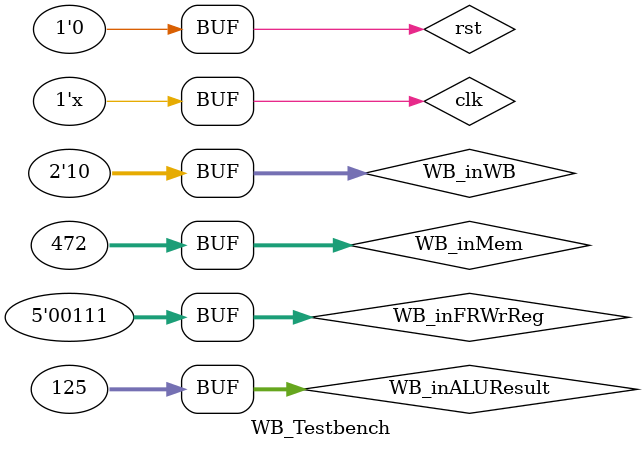
<source format=v>
`timescale 1ns / 1ps

module WB_Testbench(

    );
    
    
    reg 		rst,clk;
    reg [1:0]  WB_inWB;
    reg [4:0]  WB_inFRWrReg;
    reg [31:0] WB_inMem;
    reg [31:0] WB_inALUResult;;
    
    // Stage Write Back
    wire         WB_osFRWr;      // WB:osFRWr -> ID:isFRWr
    wire [4:0]    WB_outFRWrReg;  // WB:outFRWrReg -> ID:inFRWrAddr
    wire [31:0]    WB_outFRWrData; // WB:outFRWrData -> ID:inFRWrData
        
    
    WriteBack WB( // STAGE 5
     //Input Signals
     .rst(rst),
     .isWB(WB_inWB),
     .inFRWrReg(WB_inFRWrReg),
     .inFRWrData(WB_inMem),
     .inALUResult(WB_inALUResult),
     
     //Output Signals
     .osFRWr(WB_osFRWr),     // WB_outRegF_wr
     .outFRWrReg(WB_outFRWrReg),
     .outFRWrData(WB_outFRWrData) // WB_outRegF_wd
     );

    
    initial begin
    WB_inWB = 2'b0;
    clk = 1'b0;
    rst = 1'b1;
    WB_inFRWrReg = 5'd7;
    WB_inMem = 32'd472;
    WB_inALUResult = 32'd125;
    #20 rst = 1'b0;
    WB_inWB = 2'b11; // Escribe el valor de la Alu en el registro FRWrReg
    #100
    WB_inWB = 2'b10; // Escribe el valor de la Memoria en el registro FRWrReg
    
    
    
    end
    
    
 always #5 clk=~clk;  // Genero los ciclos de reloj
    
endmodule
</source>
